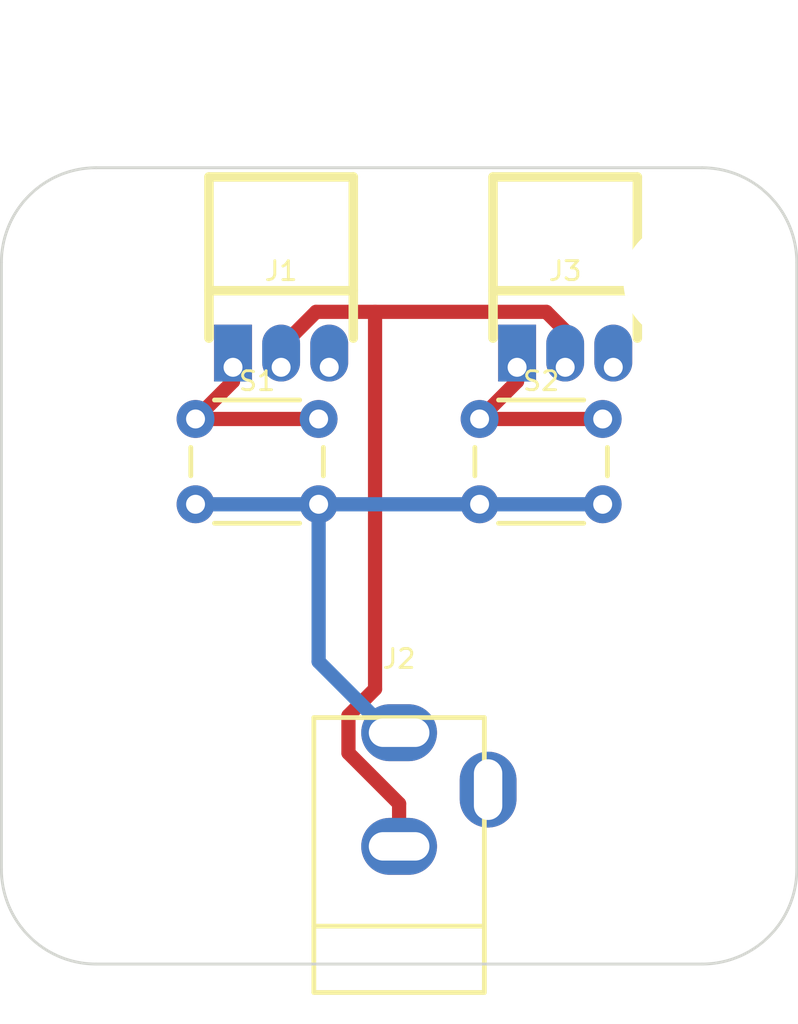
<source format=kicad_pcb>
(kicad_pcb (version 20171130) (host pcbnew "(5.0.2)-1")

  (general
    (thickness 1.6)
    (drawings 0)
    (tracks 23)
    (zones 0)
    (modules 6)
    (nets 6)
  )

  (page A4)
  (layers
    (0 F.Cu signal)
    (31 B.Cu signal)
    (32 B.Adhes user)
    (33 F.Adhes user)
    (34 B.Paste user)
    (35 F.Paste user)
    (36 B.SilkS user)
    (37 F.SilkS user)
    (38 B.Mask user)
    (39 F.Mask user)
    (40 Dwgs.User user)
    (41 Cmts.User user)
    (42 Eco1.User user)
    (43 Eco2.User user)
    (44 Edge.Cuts user)
    (45 Margin user)
    (46 B.CrtYd user)
    (47 F.CrtYd user)
    (48 B.Fab user)
    (49 F.Fab user)
  )

  (setup
    (last_trace_width 0.75)
    (trace_clearance 0.3)
    (zone_clearance 0.508)
    (zone_45_only no)
    (trace_min 0.2)
    (segment_width 0.2)
    (edge_width 0.15)
    (via_size 0.8)
    (via_drill 0.4)
    (via_min_size 0.4)
    (via_min_drill 0.3)
    (uvia_size 0.3)
    (uvia_drill 0.1)
    (uvias_allowed no)
    (uvia_min_size 0.2)
    (uvia_min_drill 0.1)
    (pcb_text_width 0.3)
    (pcb_text_size 1.5 1.5)
    (mod_edge_width 0.15)
    (mod_text_size 1 1)
    (mod_text_width 0.15)
    (pad_size 6.3 6.3)
    (pad_drill 6.3)
    (pad_to_mask_clearance 0.051)
    (solder_mask_min_width 0.25)
    (aux_axis_origin 0 0)
    (visible_elements 7FFFFFFF)
    (pcbplotparams
      (layerselection 0x010fc_ffffffff)
      (usegerberextensions false)
      (usegerberattributes false)
      (usegerberadvancedattributes false)
      (creategerberjobfile false)
      (excludeedgelayer true)
      (linewidth 0.100000)
      (plotframeref false)
      (viasonmask false)
      (mode 1)
      (useauxorigin false)
      (hpglpennumber 1)
      (hpglpenspeed 20)
      (hpglpendiameter 15.000000)
      (psnegative false)
      (psa4output false)
      (plotreference true)
      (plotvalue true)
      (plotinvisibletext false)
      (padsonsilk false)
      (subtractmaskfromsilk false)
      (outputformat 1)
      (mirror false)
      (drillshape 0)
      (scaleselection 1)
      (outputdirectory "export"))
  )

  (net 0 "")
  (net 1 "Net-(J1-Pad1)")
  (net 2 "Net-(J1-Pad2)")
  (net 3 "Net-(J2-Pad1)")
  (net 4 "Net-(J2-Pad3)")
  (net 5 "Net-(J3-Pad1)")

  (net_class Default "This is the default net class."
    (clearance 0.3)
    (trace_width 0.75)
    (via_dia 0.8)
    (via_drill 0.4)
    (uvia_dia 0.3)
    (uvia_drill 0.1)
    (add_net "Net-(J1-Pad1)")
    (add_net "Net-(J1-Pad2)")
    (add_net "Net-(J2-Pad1)")
    (add_net "Net-(J2-Pad3)")
    (add_net "Net-(J3-Pad1)")
  )

  (module OOMP:OOMP-HEAD-I01-X-03PI-RA-ES (layer F.Cu) (tedit 5CB0D2D6) (tstamp 60FD234F)
    (at -8.77 -10.935 90)
    (path /60F08B81)
    (fp_text reference J1 (at 4.62 2.54 180) (layer F.SilkS)
      (effects (font (size 1 1) (thickness 0.15)))
    )
    (fp_text value HEAD-I01-X-PI02-01 (at 4.445 -3.175 90) (layer F.Fab)
      (effects (font (size 1 1) (thickness 0.15)))
    )
    (fp_line (start 1.08 -1.27) (end 9.58 -1.27) (layer F.SilkS) (width 0.5))
    (fp_line (start 1.08 6.35) (end 9.58 6.35) (layer F.SilkS) (width 0.5))
    (fp_line (start 3.58 -1.27) (end 3.58 6.35) (layer F.SilkS) (width 0.5))
    (fp_line (start 9.58 -1.27) (end 9.58 6.35) (layer F.SilkS) (width 0.5))
    (pad 1 thru_hole rect (at -0.46 0 90) (size 3 2) (drill 1 (offset 0.75 0)) (layers *.Cu *.Mask)
      (net 1 "Net-(J1-Pad1)"))
    (pad 2 thru_hole oval (at -0.46 2.54 90) (size 3 2) (drill 1 (offset 0.75 0)) (layers *.Cu *.Mask)
      (net 2 "Net-(J1-Pad2)"))
    (pad 3 thru_hole oval (at -0.46 5.08 90) (size 3 2) (drill 1 (offset 0.75 0)) (layers *.Cu *.Mask))
  )

  (module OOMP:OOMP-DCJP-21D-X-THTH-01 (layer F.Cu) (tedit 5CDFEB8B) (tstamp 60FD235B)
    (at 0 15 90)
    (descr OOMP-DCJP-21D-X-THTH-01)
    (tags "Power Jack")
    (path /60F08D13)
    (fp_text reference J2 (at 10.09904 0 180) (layer F.SilkS)
      (effects (font (size 1 1) (thickness 0.15)))
    )
    (fp_text value DCJP-21D-X-THTH-01 (at 0 -5.99948 90) (layer F.Fab)
      (effects (font (size 1 1) (thickness 0.15)))
    )
    (fp_line (start -4.0005 -4.50088) (end -4.0005 4.50088) (layer F.SilkS) (width 0.25))
    (fp_line (start -7.50062 -4.50088) (end -7.50062 4.50088) (layer F.SilkS) (width 0.25))
    (fp_line (start -7.50062 4.50088) (end 7.00024 4.50088) (layer F.SilkS) (width 0.25))
    (fp_line (start 7.00024 4.50088) (end 7.00024 -4.50088) (layer F.SilkS) (width 0.25))
    (fp_line (start 7.00024 -4.50088) (end -7.50062 -4.50088) (layer F.SilkS) (width 0.25))
    (pad 2 thru_hole oval (at 0.2066 0 90) (size 3 4) (drill oval 1.5 3.2) (layers *.Cu *.Mask)
      (net 2 "Net-(J1-Pad2)"))
    (pad 1 thru_hole oval (at 6.2014 0 90) (size 3 4) (drill oval 1.5 3.2) (layers *.Cu *.Mask)
      (net 3 "Net-(J2-Pad1)"))
    (pad 3 thru_hole oval (at 3.2004 4.699 180) (size 3 4) (drill oval 1.5 3.2) (layers *.Cu *.Mask)
      (net 4 "Net-(J2-Pad3)"))
  )

  (module OOMP:OOMP-HEAD-I01-X-03PI-RA-ES (layer F.Cu) (tedit 5CB0D2D6) (tstamp 60FD2366)
    (at 6.23 -10.935 90)
    (path /60F08BCF)
    (fp_text reference J3 (at 4.62 2.54 180) (layer F.SilkS)
      (effects (font (size 1 1) (thickness 0.15)))
    )
    (fp_text value HEAD-I01-X-PI02-01 (at 4.445 -3.175 90) (layer F.Fab)
      (effects (font (size 1 1) (thickness 0.15)))
    )
    (fp_line (start 9.58 -1.27) (end 9.58 6.35) (layer F.SilkS) (width 0.5))
    (fp_line (start 3.58 -1.27) (end 3.58 6.35) (layer F.SilkS) (width 0.5))
    (fp_line (start 1.08 6.35) (end 9.58 6.35) (layer F.SilkS) (width 0.5))
    (fp_line (start 1.08 -1.27) (end 9.58 -1.27) (layer F.SilkS) (width 0.5))
    (pad 3 thru_hole oval (at -0.46 5.08 90) (size 3 2) (drill 1 (offset 0.75 0)) (layers *.Cu *.Mask))
    (pad 2 thru_hole oval (at -0.46 2.54 90) (size 3 2) (drill 1 (offset 0.75 0)) (layers *.Cu *.Mask)
      (net 2 "Net-(J1-Pad2)"))
    (pad 1 thru_hole rect (at -0.46 0 90) (size 3 2) (drill 1 (offset 0.75 0)) (layers *.Cu *.Mask)
      (net 5 "Net-(J3-Pad1)"))
  )

  (module OOMP:OOMP-BUTA-06-X-STAN-01 (layer F.Cu) (tedit 5CE2FD55) (tstamp 60FD2373)
    (at -10.75 -7.75)
    (descr "tactile push button, 6x6mm e.g. PHAP33xx series, height=5mm")
    (tags "tact sw push 6mm")
    (path /60F08C3B)
    (fp_text reference S1 (at 3.25 -2) (layer F.SilkS)
      (effects (font (size 1 1) (thickness 0.15)))
    )
    (fp_text value BUTA-06-X-STAN-01 (at 3.75 6.7) (layer F.Fab)
      (effects (font (size 1 1) (thickness 0.15)))
    )
    (fp_text user %R (at 3.25 2.25) (layer F.Fab)
      (effects (font (size 1 1) (thickness 0.15)))
    )
    (fp_line (start 1 5.5) (end 5.5 5.5) (layer F.SilkS) (width 0.25))
    (fp_line (start -0.25 1.5) (end -0.25 3) (layer F.SilkS) (width 0.25))
    (fp_line (start 5.5 -1) (end 1 -1) (layer F.SilkS) (width 0.25))
    (fp_line (start 6.75 3) (end 6.75 1.5) (layer F.SilkS) (width 0.25))
    (pad 2 thru_hole circle (at 0 4.5 90) (size 2 2) (drill 1) (layers *.Cu *.Mask)
      (net 3 "Net-(J2-Pad1)"))
    (pad 1 thru_hole circle (at 0 0 90) (size 2 2) (drill 1) (layers *.Cu *.Mask)
      (net 1 "Net-(J1-Pad1)"))
    (pad 2 thru_hole circle (at 6.5 4.5 90) (size 2 2) (drill 1) (layers *.Cu *.Mask)
      (net 3 "Net-(J2-Pad1)"))
    (pad 1 thru_hole circle (at 6.5 0 90) (size 2 2) (drill 1) (layers *.Cu *.Mask)
      (net 1 "Net-(J1-Pad1)"))
    (model ${KISYS3DMOD}/Button_Switch_THT.3dshapes/SW_PUSH_6mm_H5mm.wrl
      (at (xyz 0 0 0))
      (scale (xyz 1 1 1))
      (rotate (xyz 0 0 0))
    )
  )

  (module OOMP:OOMP-BUTA-06-X-STAN-01 (layer F.Cu) (tedit 5CE2FD55) (tstamp 60FD2380)
    (at 4.25 -7.75)
    (descr "tactile push button, 6x6mm e.g. PHAP33xx series, height=5mm")
    (tags "tact sw push 6mm")
    (path /60F08C93)
    (fp_text reference S2 (at 3.25 -2) (layer F.SilkS)
      (effects (font (size 1 1) (thickness 0.15)))
    )
    (fp_text value BUTA-06-X-STAN-01 (at 3.75 6.7) (layer F.Fab)
      (effects (font (size 1 1) (thickness 0.15)))
    )
    (fp_line (start 6.75 3) (end 6.75 1.5) (layer F.SilkS) (width 0.25))
    (fp_line (start 5.5 -1) (end 1 -1) (layer F.SilkS) (width 0.25))
    (fp_line (start -0.25 1.5) (end -0.25 3) (layer F.SilkS) (width 0.25))
    (fp_line (start 1 5.5) (end 5.5 5.5) (layer F.SilkS) (width 0.25))
    (fp_text user %R (at 3.25 2.25) (layer F.Fab)
      (effects (font (size 1 1) (thickness 0.15)))
    )
    (pad 1 thru_hole circle (at 6.5 0 90) (size 2 2) (drill 1) (layers *.Cu *.Mask)
      (net 5 "Net-(J3-Pad1)"))
    (pad 2 thru_hole circle (at 6.5 4.5 90) (size 2 2) (drill 1) (layers *.Cu *.Mask)
      (net 3 "Net-(J2-Pad1)"))
    (pad 1 thru_hole circle (at 0 0 90) (size 2 2) (drill 1) (layers *.Cu *.Mask)
      (net 5 "Net-(J3-Pad1)"))
    (pad 2 thru_hole circle (at 0 4.5 90) (size 2 2) (drill 1) (layers *.Cu *.Mask)
      (net 3 "Net-(J2-Pad1)"))
    (model ${KISYS3DMOD}/Button_Switch_THT.3dshapes/SW_PUSH_6mm_H5mm.wrl
      (at (xyz 0 0 0))
      (scale (xyz 1 1 1))
      (rotate (xyz 0 0 0))
    )
  )

  (module OOMP:OOMP-OOBB-03-03-NEW-EXTRA (layer F.Cu) (tedit 60F09D28) (tstamp 60F0A602)
    (at 0 0)
    (fp_text reference "" (at 0 0) (layer F.SilkS)
      (effects (font (size 1.27 1.27) (thickness 0.15)))
    )
    (fp_text value OOMP-OOBB-03-03-NEW-EXTRA (at 0 -29) (layer F.Fab)
      (effects (font (size 1 1) (thickness 0.15)))
    )
    (fp_line (start -16 -21) (end 16 -21) (layer Edge.Cuts) (width 0.15))
    (fp_line (start 16 21) (end -16 21) (layer Edge.Cuts) (width 0.15))
    (fp_line (start -21 16) (end -21 -16) (layer Edge.Cuts) (width 0.15))
    (fp_line (start 21 16) (end 21 -16) (layer Edge.Cuts) (width 0.15))
    (fp_arc (start -16 16) (end -16 21) (angle 90) (layer Edge.Cuts) (width 0.15))
    (fp_arc (start 16 16) (end 16 21) (angle -90) (layer Edge.Cuts) (width 0.15))
    (fp_arc (start -16 -16) (end -16 -21) (angle -90) (layer Edge.Cuts) (width 0.15))
    (fp_arc (start 16 -16) (end 16 -21) (angle 90) (layer Edge.Cuts) (width 0.15))
    (pad "" np_thru_hole circle (at 15 15) (size 6.3 6.3) (drill 6.3) (layers *.Cu *.Mask))
    (pad "" np_thru_hole circle (at 15 0) (size 3.2 3.2) (drill 3.2) (layers *.Cu *.Mask))
    (pad "" np_thru_hole circle (at 15 -15) (size 6.3 6.3) (drill 6.3) (layers *.Cu *.Mask))
    (pad "" np_thru_hole circle (at -15 15) (size 6.3 6.3) (drill 6.3) (layers *.Cu *.Mask))
    (pad "" np_thru_hole circle (at -15 0) (size 3.2 3.2) (drill 3.2) (layers *.Cu *.Mask))
    (pad "" np_thru_hole circle (at -15 -15) (size 6.3 6.3) (drill 6.3) (layers *.Cu *.Mask))
  )

  (segment (start -8.77 -9.73) (end -10.75 -7.75) (width 0.75) (layer F.Cu) (net 1))
  (segment (start -8.77 -10.475) (end -8.77 -9.73) (width 0.75) (layer F.Cu) (net 1))
  (segment (start -10.75 -7.75) (end -4.25 -7.75) (width 0.75) (layer F.Cu) (net 1))
  (segment (start 8.77 -12.400002) (end 8.77 -10.475) (width 0.75) (layer F.Cu) (net 2))
  (segment (start 7.769992 -13.40001) (end 8.77 -12.400002) (width 0.75) (layer F.Cu) (net 2))
  (segment (start -6.23 -11.553821) (end -4.383811 -13.40001) (width 0.75) (layer F.Cu) (net 2))
  (segment (start -6.23 -10.475) (end -6.23 -11.553821) (width 0.75) (layer F.Cu) (net 2))
  (segment (start -2.67501 9.86839) (end 0 12.5434) (width 0.75) (layer F.Cu) (net 2))
  (segment (start 0 12.5434) (end 0 14.7934) (width 0.75) (layer F.Cu) (net 2))
  (segment (start -2.67501 7.897682) (end -2.67501 9.86839) (width 0.75) (layer F.Cu) (net 2))
  (segment (start -1.27 -13.40001) (end -1.27 6.492672) (width 0.75) (layer F.Cu) (net 2))
  (segment (start -1.27 6.492672) (end -2.67501 7.897682) (width 0.75) (layer F.Cu) (net 2))
  (segment (start -4.383811 -13.40001) (end -1.27 -13.40001) (width 0.75) (layer F.Cu) (net 2))
  (segment (start -1.27 -13.40001) (end 7.769992 -13.40001) (width 0.75) (layer F.Cu) (net 2))
  (segment (start -10.75 -3.25) (end -4.25 -3.25) (width 0.75) (layer B.Cu) (net 3))
  (segment (start -4.25 -3.25) (end 4.25 -3.25) (width 0.75) (layer B.Cu) (net 3))
  (segment (start 4.25 -3.25) (end 10.75 -3.25) (width 0.75) (layer B.Cu) (net 3))
  (segment (start -0.5 8.7986) (end 0 8.7986) (width 0.75) (layer B.Cu) (net 3))
  (segment (start -4.25 5.0486) (end -0.5 8.7986) (width 0.75) (layer B.Cu) (net 3))
  (segment (start -4.25 -3.25) (end -4.25 5.0486) (width 0.75) (layer B.Cu) (net 3))
  (segment (start 6.23 -9.73) (end 4.25 -7.75) (width 0.75) (layer F.Cu) (net 5))
  (segment (start 6.23 -10.475) (end 6.23 -9.73) (width 0.75) (layer F.Cu) (net 5))
  (segment (start 4.25 -7.75) (end 10.75 -7.75) (width 0.75) (layer F.Cu) (net 5))

)

</source>
